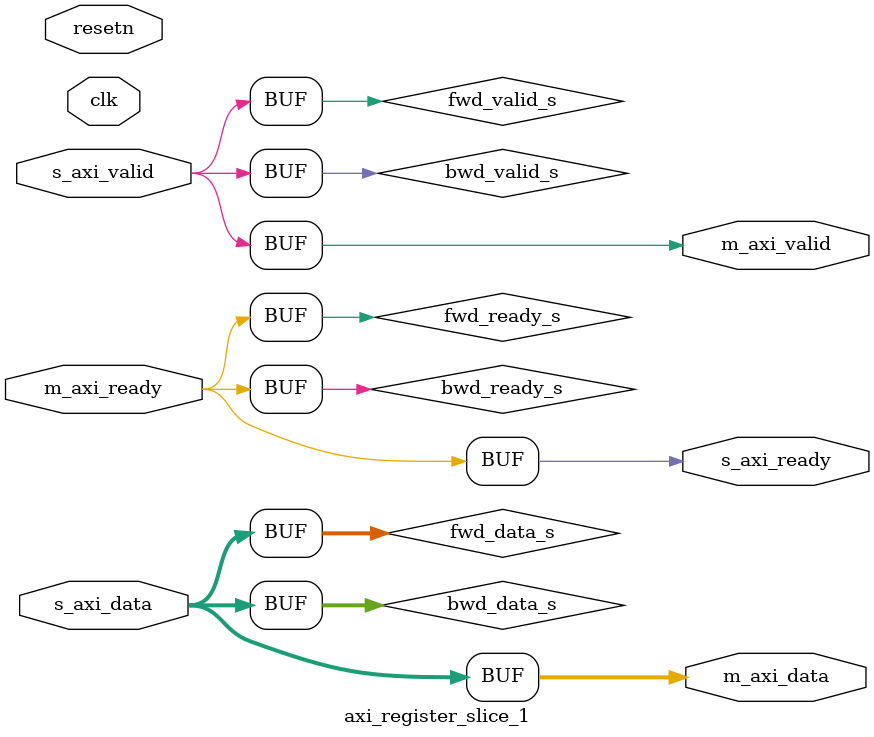
<source format=v>
module axi_register_slice_1 (
	input clk,
	input resetn,
	input s_axi_valid,
	output s_axi_ready,
	input [DATA_WIDTH-1:0] s_axi_data,
	output m_axi_valid,
	input m_axi_ready,
	output [DATA_WIDTH-1:0] m_axi_data
);
parameter DATA_WIDTH = 32;
parameter FORWARD_REGISTERED = 0;
parameter BACKWARD_REGISTERED = 0;
wire [DATA_WIDTH-1:0] bwd_data_s;
wire bwd_valid_s;
wire bwd_ready_s;
wire [DATA_WIDTH-1:0] fwd_data_s;
wire fwd_valid_s;
wire fwd_ready_s;
generate if (FORWARD_REGISTERED == 1) begin
reg fwd_valid;
reg [DATA_WIDTH-1:0] fwd_data;
assign fwd_ready_s = ~fwd_valid | m_axi_ready;
assign fwd_valid_s = fwd_valid;
assign fwd_data_s = fwd_data;
always @(posedge clk) begin
	if (resetn == 1'b0) begin
		fwd_valid <= 1'b0;
	end else begin 
		if (~fwd_valid | m_axi_ready)
			fwd_data <= bwd_data_s;
		if (bwd_valid_s)
			fwd_valid <= 1'b1;
		else if (m_axi_ready)
			fwd_valid <= 1'b0;
	end
end
end else begin
assign fwd_data_s = bwd_data_s;
assign fwd_valid_s = bwd_valid_s;
assign fwd_ready_s = m_axi_ready;
end
endgenerate
generate if (BACKWARD_REGISTERED == 1) begin
reg bwd_ready;
reg [DATA_WIDTH-1:0] bwd_data;
assign bwd_valid_s = ~bwd_ready | s_axi_valid;
assign bwd_data_s = bwd_ready ? s_axi_data : bwd_data;
assign bwd_ready_s = bwd_ready;
always @(posedge clk) begin
	if (resetn == 1'b0) begin
		bwd_ready <= 1'b1;
	end else begin
		if (bwd_ready)
			bwd_data <= s_axi_data;
		if (fwd_ready_s)
			bwd_ready <= 1'b1;
		else if (s_axi_valid)
			bwd_ready <= 1'b0;
	end
end
end else begin
assign bwd_valid_s = s_axi_valid;
assign bwd_data_s = s_axi_data;
assign bwd_ready_s = fwd_ready_s;
end endgenerate
assign m_axi_data = fwd_data_s;
assign m_axi_valid = fwd_valid_s;
assign s_axi_ready = bwd_ready_s;
endmodule
</source>
